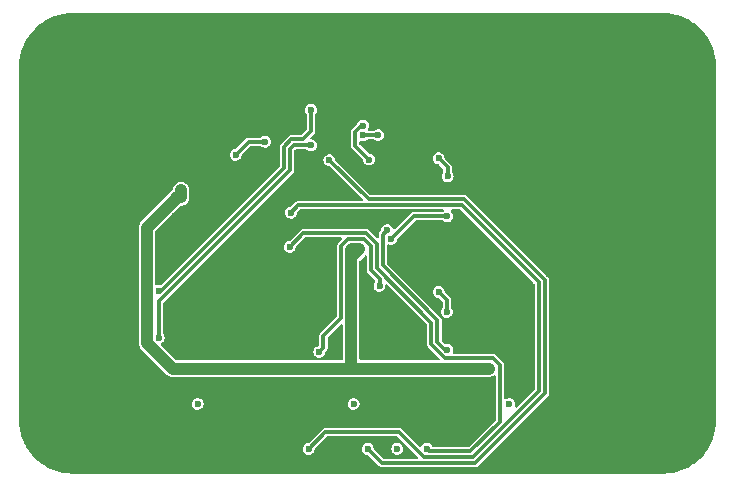
<source format=gbr>
%TF.GenerationSoftware,KiCad,Pcbnew,8.0.1*%
%TF.CreationDate,2024-04-03T15:04:06+02:00*%
%TF.ProjectId,shelfDriver_v1.0,7368656c-6644-4726-9976-65725f76312e,rev?*%
%TF.SameCoordinates,Original*%
%TF.FileFunction,Copper,L2,Inr*%
%TF.FilePolarity,Positive*%
%FSLAX46Y46*%
G04 Gerber Fmt 4.6, Leading zero omitted, Abs format (unit mm)*
G04 Created by KiCad (PCBNEW 8.0.1) date 2024-04-03 15:04:06*
%MOMM*%
%LPD*%
G01*
G04 APERTURE LIST*
%TA.AperFunction,ViaPad*%
%ADD10C,0.600000*%
%TD*%
%TA.AperFunction,Conductor*%
%ADD11C,1.000000*%
%TD*%
%TA.AperFunction,Conductor*%
%ADD12C,0.300000*%
%TD*%
G04 APERTURE END LIST*
D10*
%TO.N,GND*%
X146100000Y-77601560D03*
X148400000Y-81101560D03*
X137500000Y-107400000D03*
X123700000Y-87701560D03*
X133000000Y-96300000D03*
X133950000Y-84500000D03*
X120600000Y-84400000D03*
X120600000Y-87600000D03*
X127510400Y-81010400D03*
X130300000Y-80700000D03*
X153200000Y-99501560D03*
X155900000Y-88201560D03*
X155900000Y-99501560D03*
X119400000Y-87600000D03*
X119400000Y-84400000D03*
X146557124Y-85630138D03*
X120000000Y-87600000D03*
X124300000Y-87701560D03*
X120000000Y-84400000D03*
X143900000Y-102500000D03*
X134850000Y-84500000D03*
X146100000Y-89501560D03*
X146100000Y-90101560D03*
X133000000Y-80800000D03*
X146550000Y-97196729D03*
X148900000Y-96201560D03*
X123300000Y-96200000D03*
X148400000Y-92401560D03*
X153200000Y-88201560D03*
X138000000Y-78300000D03*
X139600000Y-93700000D03*
X148900000Y-84901560D03*
X148900000Y-83701560D03*
X146100000Y-78801560D03*
X123800000Y-102400000D03*
X124900000Y-87701560D03*
X136900000Y-98400000D03*
X133000000Y-79600000D03*
X126000000Y-78300000D03*
X148900000Y-95001560D03*
%TO.N,+3V3*%
X138700000Y-90500000D03*
X139300000Y-90500000D03*
X150300000Y-100600000D03*
X124200000Y-86101560D03*
X123900000Y-100600000D03*
X137100000Y-100600000D03*
X124200000Y-85501560D03*
%TO.N,Net-(U5-PWM)*%
X146762143Y-84335002D03*
X146000000Y-82801560D03*
%TO.N,Net-(U6-PWM)*%
X146700000Y-95800000D03*
X146000000Y-94101560D03*
%TO.N,Net-(U4-I)*%
X125600000Y-103600000D03*
%TO.N,Net-(U8-I)*%
X138800000Y-103600000D03*
%TO.N,Net-(U9-I)*%
X152000000Y-103600000D03*
%TO.N,/CommunicationLayer/RS485_A*%
X122300000Y-94000000D03*
X135200000Y-78700000D03*
%TO.N,/CommunicationLayer/RS485_B*%
X122300000Y-98000000D03*
X135200000Y-81700000D03*
%TO.N,/Brain/WarmWhite_Dim*%
X146749999Y-87698064D03*
X141956815Y-89635996D03*
%TO.N,/Brain/NaturalWhite_Dim*%
X141643265Y-88900000D03*
X146749999Y-98998064D03*
%TO.N,Net-(U7-~{Sleep})*%
X131300000Y-81400000D03*
X128818331Y-82501371D03*
%TO.N,/Brain/RS485_nRE*%
X140900000Y-80835000D03*
X139600000Y-80837349D03*
%TO.N,/Brain/RS485_DI*%
X140109360Y-82910920D03*
X139600000Y-80026295D03*
%TO.N,/Brain/TouchLeft*%
X135900000Y-99200000D03*
X141000000Y-93600000D03*
%TO.N,/Brain/SWTRACE*%
X133400000Y-90300000D03*
X145000000Y-107400000D03*
%TO.N,/Brain/SWDIO*%
X136759153Y-82954986D03*
X140000000Y-107400000D03*
%TO.N,/Brain/SWCLK*%
X133500000Y-87400000D03*
X135000000Y-107400000D03*
%TO.N,/Brain/NRST*%
X142500000Y-107400000D03*
%TD*%
D11*
%TO.N,+3V3*%
X137100000Y-100600000D02*
X138600000Y-100600000D01*
X138600000Y-91200000D02*
X139300000Y-90500000D01*
X138600000Y-90600000D02*
X138700000Y-90500000D01*
X138700000Y-90500000D02*
X139300000Y-90500000D01*
X138600000Y-100600000D02*
X150300000Y-100600000D01*
X124200000Y-85501560D02*
X124200000Y-86101560D01*
X121300000Y-88687346D02*
X121300000Y-98414214D01*
X138600000Y-100600000D02*
X138600000Y-92000000D01*
X123485786Y-100600000D02*
X123900000Y-100600000D01*
X138600000Y-92000000D02*
X138600000Y-90600000D01*
X123885786Y-86101560D02*
X123493673Y-86493673D01*
X124200000Y-85501560D02*
X124200000Y-85787346D01*
X123493673Y-86493673D02*
X121300000Y-88687346D01*
X138600000Y-92000000D02*
X138600000Y-91200000D01*
X121300000Y-98414214D02*
X123485786Y-100600000D01*
X124200000Y-86101560D02*
X123885786Y-86101560D01*
X123900000Y-100600000D02*
X137100000Y-100600000D01*
X124200000Y-85787346D02*
X123493673Y-86493673D01*
D12*
%TO.N,Net-(U5-PWM)*%
X146762143Y-84335002D02*
X146762143Y-83563703D01*
X146762143Y-83563703D02*
X146000000Y-82801560D01*
%TO.N,Net-(U6-PWM)*%
X146700000Y-94801560D02*
X146000000Y-94101560D01*
X146700000Y-95800000D02*
X146700000Y-94801560D01*
%TO.N,/CommunicationLayer/RS485_A*%
X132913172Y-81806067D02*
X132913172Y-83598961D01*
X122512133Y-94000000D02*
X122300000Y-94000000D01*
X135200000Y-80500000D02*
X134500000Y-81200000D01*
X133519238Y-81200000D02*
X132913172Y-81806067D01*
X134500000Y-81200000D02*
X133519238Y-81200000D01*
X132913172Y-83598961D02*
X122512133Y-94000000D01*
X135200000Y-78700000D02*
X135200000Y-80500000D01*
%TO.N,/CommunicationLayer/RS485_B*%
X133726345Y-81700000D02*
X133413172Y-82013173D01*
X135200000Y-81700000D02*
X133726345Y-81700000D01*
X133413172Y-83806067D02*
X122300000Y-94919239D01*
X133413172Y-82013173D02*
X133413172Y-83806067D01*
X122300000Y-94919239D02*
X122300000Y-98000000D01*
%TO.N,/Brain/WarmWhite_Dim*%
X141956815Y-89635996D02*
X143894747Y-87698064D01*
X143894747Y-87698064D02*
X146749999Y-87698064D01*
%TO.N,/Brain/NaturalWhite_Dim*%
X145900000Y-96500000D02*
X145900000Y-98360198D01*
X141270000Y-89273265D02*
X141270000Y-91870000D01*
X141643265Y-88900000D02*
X141270000Y-89273265D01*
X146537866Y-98998064D02*
X146749999Y-98998064D01*
X141270000Y-91870000D02*
X145900000Y-96500000D01*
X145900000Y-98360198D02*
X146537866Y-98998064D01*
%TO.N,Net-(U7-~{Sleep})*%
X128818331Y-82501301D02*
X129919632Y-81400000D01*
X129919632Y-81400000D02*
X131300000Y-81400000D01*
%TO.N,/Brain/RS485_nRE*%
X139608702Y-80835000D02*
X140900000Y-80835000D01*
%TO.N,/Brain/RS485_DI*%
X139330761Y-80176298D02*
X138950000Y-80557059D01*
X138950000Y-81751560D02*
X140109360Y-82910920D01*
X139600000Y-80176298D02*
X139330761Y-80176298D01*
X138950000Y-80557059D02*
X138950000Y-81751560D01*
%TO.N,/Brain/TouchLeft*%
X138347919Y-89649999D02*
X137749999Y-90247919D01*
X141000000Y-93600000D02*
X141000000Y-93014212D01*
X140270000Y-92284212D02*
X140270000Y-90267918D01*
X136250000Y-98850000D02*
X135900000Y-99200000D01*
X139652081Y-89649999D02*
X138347919Y-89649999D01*
X141000000Y-93014212D02*
X140270000Y-92284212D01*
X140270000Y-90267918D02*
X139652081Y-89649999D01*
X137749999Y-96350001D02*
X136250000Y-97850000D01*
X136250000Y-97850000D02*
X136250000Y-98850000D01*
X137749999Y-90247919D02*
X137749999Y-96350001D01*
%TO.N,/Brain/SWTRACE*%
X151200000Y-105100000D02*
X148700000Y-107600000D01*
X151200000Y-100297918D02*
X151200000Y-105100000D01*
X145400000Y-98567304D02*
X146532696Y-99700000D01*
X139859187Y-89149999D02*
X140770000Y-90060812D01*
X145200000Y-107600000D02*
X145000000Y-107400000D01*
X140770000Y-90060812D02*
X140770000Y-92077106D01*
X133400000Y-90300000D02*
X134550001Y-89149999D01*
X134550001Y-89149999D02*
X139859187Y-89149999D01*
X146532696Y-99700000D02*
X150602082Y-99700000D01*
X145400000Y-96707106D02*
X145400000Y-98567304D01*
X148700000Y-107600000D02*
X145200000Y-107600000D01*
X150602082Y-99700000D02*
X151200000Y-100297918D01*
X140770000Y-92077106D02*
X145400000Y-96707106D01*
%TO.N,/Brain/SWDIO*%
X141200000Y-108600000D02*
X140000000Y-107400000D01*
X136759153Y-82954986D02*
X140084305Y-86280138D01*
X149114212Y-108600000D02*
X141200000Y-108600000D01*
X148180138Y-86280138D02*
X155000000Y-93100000D01*
X155000000Y-93100000D02*
X155000000Y-102714212D01*
X140084305Y-86280138D02*
X148180138Y-86280138D01*
X155000000Y-102714212D02*
X149114212Y-108600000D01*
%TO.N,/Brain/SWCLK*%
X133500000Y-87400000D02*
X134119862Y-86780138D01*
X148907106Y-108100000D02*
X144780761Y-108100000D01*
X142680761Y-106000000D02*
X136400000Y-106000000D01*
X134119862Y-86780138D02*
X147973032Y-86780138D01*
X154500000Y-93307106D02*
X154500000Y-102507106D01*
X136400000Y-106000000D02*
X135000000Y-107400000D01*
X147973032Y-86780138D02*
X154500000Y-93307106D01*
X144780761Y-108100000D02*
X142680761Y-106000000D01*
X154500000Y-102507106D02*
X148907106Y-108100000D01*
%TD*%
%TA.AperFunction,Conductor*%
%TO.N,GND*%
G36*
X147845033Y-87149545D02*
G01*
X147856846Y-87159634D01*
X154120504Y-93423292D01*
X154148281Y-93477809D01*
X154149500Y-93493296D01*
X154149500Y-102320916D01*
X154130593Y-102379107D01*
X154120504Y-102390920D01*
X152634619Y-103876804D01*
X152580102Y-103904581D01*
X152519670Y-103895010D01*
X152476405Y-103851745D01*
X152466834Y-103791313D01*
X152474563Y-103765671D01*
X152485165Y-103742457D01*
X152505647Y-103600000D01*
X152485165Y-103457543D01*
X152425377Y-103326627D01*
X152331128Y-103217857D01*
X152331127Y-103217856D01*
X152331126Y-103217855D01*
X152210057Y-103140049D01*
X152210054Y-103140047D01*
X152210053Y-103140047D01*
X152210050Y-103140046D01*
X152071964Y-103099500D01*
X152071961Y-103099500D01*
X151928039Y-103099500D01*
X151928035Y-103099500D01*
X151789949Y-103140046D01*
X151789942Y-103140049D01*
X151703023Y-103195909D01*
X151643848Y-103211464D01*
X151586832Y-103189265D01*
X151553752Y-103137792D01*
X151550500Y-103112625D01*
X151550500Y-100251775D01*
X151550500Y-100251774D01*
X151526614Y-100162630D01*
X151480470Y-100082706D01*
X150817294Y-99419530D01*
X150737370Y-99373386D01*
X150648226Y-99349500D01*
X150648224Y-99349500D01*
X147293773Y-99349500D01*
X147235582Y-99330593D01*
X147199618Y-99281093D01*
X147199618Y-99219907D01*
X147203720Y-99209373D01*
X147208000Y-99200002D01*
X147235164Y-99140521D01*
X147255646Y-98998064D01*
X147253809Y-98985288D01*
X147235164Y-98855607D01*
X147201784Y-98782516D01*
X147175376Y-98724691D01*
X147081127Y-98615921D01*
X147081126Y-98615920D01*
X147081125Y-98615919D01*
X146960056Y-98538113D01*
X146960053Y-98538111D01*
X146960052Y-98538111D01*
X146960049Y-98538110D01*
X146821963Y-98497564D01*
X146821960Y-98497564D01*
X146678038Y-98497564D01*
X146678036Y-98497564D01*
X146678032Y-98497565D01*
X146622316Y-98513924D01*
X146561156Y-98512176D01*
X146524422Y-98488938D01*
X146279496Y-98244012D01*
X146251719Y-98189495D01*
X146250500Y-98174008D01*
X146250500Y-96453857D01*
X146250500Y-96453856D01*
X146226614Y-96364712D01*
X146191479Y-96303857D01*
X146180470Y-96284788D01*
X143997244Y-94101562D01*
X145494353Y-94101562D01*
X145514834Y-94244016D01*
X145574622Y-94374931D01*
X145574623Y-94374933D01*
X145598483Y-94402469D01*
X145668873Y-94483704D01*
X145789942Y-94561510D01*
X145789947Y-94561513D01*
X145896403Y-94592771D01*
X145928035Y-94602059D01*
X145928036Y-94602059D01*
X145928039Y-94602060D01*
X145963810Y-94602060D01*
X146022001Y-94620967D01*
X146033814Y-94631056D01*
X146320504Y-94917746D01*
X146348281Y-94972263D01*
X146349500Y-94987750D01*
X146349500Y-95403287D01*
X146330593Y-95461478D01*
X146325320Y-95468117D01*
X146274623Y-95526626D01*
X146214834Y-95657543D01*
X146194353Y-95799997D01*
X146194353Y-95800002D01*
X146214834Y-95942456D01*
X146274622Y-96073371D01*
X146274623Y-96073373D01*
X146368872Y-96182143D01*
X146368873Y-96182144D01*
X146430894Y-96222002D01*
X146489947Y-96259953D01*
X146574542Y-96284792D01*
X146628035Y-96300499D01*
X146628036Y-96300499D01*
X146628039Y-96300500D01*
X146628041Y-96300500D01*
X146771959Y-96300500D01*
X146771961Y-96300500D01*
X146910053Y-96259953D01*
X147031128Y-96182143D01*
X147125377Y-96073373D01*
X147185165Y-95942457D01*
X147205647Y-95800000D01*
X147185165Y-95657543D01*
X147125377Y-95526627D01*
X147121019Y-95521597D01*
X147074680Y-95468117D01*
X147050863Y-95411757D01*
X147050500Y-95403287D01*
X147050500Y-94755417D01*
X147036730Y-94704027D01*
X147026614Y-94666272D01*
X147026612Y-94666269D01*
X147026612Y-94666267D01*
X146980472Y-94586351D01*
X146980468Y-94586346D01*
X146530619Y-94136496D01*
X146502842Y-94081980D01*
X146502631Y-94080582D01*
X146485165Y-93959103D01*
X146425377Y-93828188D01*
X146425377Y-93828187D01*
X146331128Y-93719417D01*
X146331127Y-93719416D01*
X146331126Y-93719415D01*
X146210057Y-93641609D01*
X146210054Y-93641607D01*
X146210053Y-93641607D01*
X146210050Y-93641606D01*
X146071964Y-93601060D01*
X146071961Y-93601060D01*
X145928039Y-93601060D01*
X145928035Y-93601060D01*
X145789949Y-93641606D01*
X145789942Y-93641609D01*
X145668873Y-93719415D01*
X145574622Y-93828188D01*
X145514834Y-93959103D01*
X145494353Y-94101557D01*
X145494353Y-94101562D01*
X143997244Y-94101562D01*
X141649496Y-91753814D01*
X141621719Y-91699297D01*
X141620500Y-91683810D01*
X141620500Y-90191123D01*
X141639407Y-90132932D01*
X141688907Y-90096968D01*
X141747388Y-90096133D01*
X141884854Y-90136496D01*
X141884856Y-90136496D01*
X142028774Y-90136496D01*
X142028776Y-90136496D01*
X142166868Y-90095949D01*
X142287943Y-90018139D01*
X142382192Y-89909369D01*
X142441980Y-89778453D01*
X142441979Y-89778453D01*
X142441981Y-89778451D01*
X142459446Y-89656973D01*
X142486441Y-89602065D01*
X142487366Y-89601125D01*
X144010933Y-88077560D01*
X144065450Y-88049783D01*
X144080937Y-88048564D01*
X146346240Y-88048564D01*
X146404431Y-88067471D01*
X146413402Y-88075704D01*
X146413519Y-88075570D01*
X146418870Y-88080207D01*
X146539941Y-88158014D01*
X146539946Y-88158017D01*
X146646402Y-88189275D01*
X146678034Y-88198563D01*
X146678035Y-88198563D01*
X146678038Y-88198564D01*
X146678040Y-88198564D01*
X146821958Y-88198564D01*
X146821960Y-88198564D01*
X146960052Y-88158017D01*
X147081127Y-88080207D01*
X147175376Y-87971437D01*
X147235164Y-87840521D01*
X147255646Y-87698064D01*
X147235164Y-87555607D01*
X147175376Y-87424691D01*
X147081127Y-87315921D01*
X147076459Y-87312921D01*
X147037729Y-87265556D01*
X147034236Y-87204470D01*
X147067316Y-87152998D01*
X147124332Y-87130799D01*
X147129984Y-87130638D01*
X147786842Y-87130638D01*
X147845033Y-87149545D01*
G37*
%TD.AperFunction*%
%TA.AperFunction,Conductor*%
G36*
X139865445Y-91021953D02*
G01*
X139908710Y-91065218D01*
X139919500Y-91110163D01*
X139919500Y-92330355D01*
X139939158Y-92403720D01*
X139939158Y-92403722D01*
X139943383Y-92419494D01*
X139943384Y-92419496D01*
X139943385Y-92419499D01*
X139943386Y-92419500D01*
X139989530Y-92499424D01*
X140620505Y-93130399D01*
X140648281Y-93184914D01*
X140649500Y-93200401D01*
X140649500Y-93203287D01*
X140630593Y-93261478D01*
X140625320Y-93268117D01*
X140574623Y-93326626D01*
X140514834Y-93457543D01*
X140494353Y-93599997D01*
X140494353Y-93600002D01*
X140514834Y-93742456D01*
X140553987Y-93828187D01*
X140574623Y-93873373D01*
X140648908Y-93959103D01*
X140668873Y-93982144D01*
X140789942Y-94059950D01*
X140789947Y-94059953D01*
X140896403Y-94091211D01*
X140928035Y-94100499D01*
X140928036Y-94100499D01*
X140928039Y-94100500D01*
X140928041Y-94100500D01*
X141071959Y-94100500D01*
X141071961Y-94100500D01*
X141210053Y-94059953D01*
X141331128Y-93982143D01*
X141425377Y-93873373D01*
X141485165Y-93742457D01*
X141505647Y-93600000D01*
X141499018Y-93553894D01*
X141509451Y-93493607D01*
X141553328Y-93450964D01*
X141613891Y-93442256D01*
X141667014Y-93469802D01*
X145020504Y-96823292D01*
X145048281Y-96877809D01*
X145049500Y-96893296D01*
X145049500Y-98613447D01*
X145064657Y-98670014D01*
X145064656Y-98670014D01*
X145073385Y-98702589D01*
X145073386Y-98702592D01*
X145119530Y-98782516D01*
X145608451Y-99271437D01*
X146067510Y-99730496D01*
X146095287Y-99785013D01*
X146085716Y-99845445D01*
X146042451Y-99888710D01*
X145997506Y-99899500D01*
X139399500Y-99899500D01*
X139341309Y-99880593D01*
X139305345Y-99831093D01*
X139300500Y-99800500D01*
X139300500Y-91531163D01*
X139319407Y-91472972D01*
X139329490Y-91461165D01*
X139750498Y-91040157D01*
X139805013Y-91012382D01*
X139865445Y-91021953D01*
G37*
%TD.AperFunction*%
%TA.AperFunction,Conductor*%
G36*
X165002152Y-70500593D02*
G01*
X165387853Y-70517434D01*
X165396432Y-70518184D01*
X165777053Y-70568295D01*
X165785544Y-70569792D01*
X166160338Y-70652881D01*
X166168673Y-70655115D01*
X166534797Y-70770553D01*
X166542913Y-70773507D01*
X166897587Y-70920418D01*
X166905398Y-70924060D01*
X167245910Y-71101320D01*
X167253390Y-71105638D01*
X167577167Y-71311906D01*
X167584241Y-71316860D01*
X167888797Y-71550554D01*
X167895398Y-71556093D01*
X168178459Y-71815470D01*
X168184529Y-71821540D01*
X168443905Y-72104599D01*
X168449445Y-72111202D01*
X168683139Y-72415758D01*
X168688093Y-72422832D01*
X168894361Y-72746609D01*
X168898679Y-72754089D01*
X169075935Y-73094593D01*
X169079585Y-73102420D01*
X169226492Y-73457086D01*
X169229446Y-73465202D01*
X169344884Y-73831326D01*
X169347119Y-73839668D01*
X169430205Y-74214445D01*
X169431705Y-74222951D01*
X169481813Y-74603554D01*
X169482566Y-74612158D01*
X169499406Y-74997847D01*
X169499500Y-75002165D01*
X169499500Y-104997834D01*
X169499406Y-105002152D01*
X169482566Y-105387841D01*
X169481813Y-105396445D01*
X169431705Y-105777048D01*
X169430205Y-105785554D01*
X169347119Y-106160331D01*
X169344884Y-106168673D01*
X169229446Y-106534797D01*
X169226492Y-106542913D01*
X169079585Y-106897579D01*
X169075935Y-106905406D01*
X168898679Y-107245910D01*
X168894361Y-107253390D01*
X168688093Y-107577167D01*
X168683139Y-107584241D01*
X168449445Y-107888797D01*
X168443895Y-107895411D01*
X168184540Y-108178447D01*
X168178447Y-108184540D01*
X168119332Y-108238710D01*
X167895413Y-108443894D01*
X167888797Y-108449445D01*
X167584241Y-108683139D01*
X167577167Y-108688093D01*
X167253390Y-108894361D01*
X167245910Y-108898679D01*
X166905406Y-109075935D01*
X166897579Y-109079585D01*
X166542913Y-109226492D01*
X166534797Y-109229446D01*
X166168673Y-109344884D01*
X166160331Y-109347119D01*
X165785554Y-109430205D01*
X165777048Y-109431705D01*
X165396445Y-109481813D01*
X165387841Y-109482566D01*
X165002153Y-109499406D01*
X164997835Y-109499500D01*
X115002165Y-109499500D01*
X114997847Y-109499406D01*
X114612158Y-109482566D01*
X114603554Y-109481813D01*
X114222951Y-109431705D01*
X114214445Y-109430205D01*
X113839668Y-109347119D01*
X113831326Y-109344884D01*
X113465202Y-109229446D01*
X113457086Y-109226492D01*
X113102420Y-109079585D01*
X113094593Y-109075935D01*
X112754089Y-108898679D01*
X112746609Y-108894361D01*
X112422832Y-108688093D01*
X112415758Y-108683139D01*
X112111202Y-108449445D01*
X112104599Y-108443905D01*
X111821540Y-108184529D01*
X111815470Y-108178459D01*
X111556093Y-107895398D01*
X111550554Y-107888797D01*
X111316860Y-107584241D01*
X111311906Y-107577167D01*
X111105638Y-107253390D01*
X111101320Y-107245910D01*
X111068750Y-107183344D01*
X110924060Y-106905398D01*
X110920414Y-106897579D01*
X110909199Y-106870504D01*
X110773507Y-106542913D01*
X110770553Y-106534797D01*
X110655115Y-106168673D01*
X110652880Y-106160331D01*
X110569794Y-105785554D01*
X110568294Y-105777048D01*
X110555643Y-105680953D01*
X110518184Y-105396432D01*
X110517434Y-105387853D01*
X110500594Y-105002152D01*
X110500500Y-104997834D01*
X110500500Y-103600002D01*
X125094353Y-103600002D01*
X125114834Y-103742456D01*
X125164746Y-103851745D01*
X125174623Y-103873373D01*
X125201665Y-103904581D01*
X125268873Y-103982144D01*
X125389942Y-104059950D01*
X125389947Y-104059953D01*
X125496403Y-104091211D01*
X125528035Y-104100499D01*
X125528036Y-104100499D01*
X125528039Y-104100500D01*
X125528041Y-104100500D01*
X125671959Y-104100500D01*
X125671961Y-104100500D01*
X125810053Y-104059953D01*
X125931128Y-103982143D01*
X126025377Y-103873373D01*
X126085165Y-103742457D01*
X126105647Y-103600002D01*
X138294353Y-103600002D01*
X138314834Y-103742456D01*
X138364746Y-103851745D01*
X138374623Y-103873373D01*
X138401665Y-103904581D01*
X138468873Y-103982144D01*
X138589942Y-104059950D01*
X138589947Y-104059953D01*
X138696403Y-104091211D01*
X138728035Y-104100499D01*
X138728036Y-104100499D01*
X138728039Y-104100500D01*
X138728041Y-104100500D01*
X138871959Y-104100500D01*
X138871961Y-104100500D01*
X139010053Y-104059953D01*
X139131128Y-103982143D01*
X139225377Y-103873373D01*
X139285165Y-103742457D01*
X139305647Y-103600000D01*
X139285165Y-103457543D01*
X139225377Y-103326627D01*
X139131128Y-103217857D01*
X139131127Y-103217856D01*
X139131126Y-103217855D01*
X139010057Y-103140049D01*
X139010054Y-103140047D01*
X139010053Y-103140047D01*
X139010050Y-103140046D01*
X138871964Y-103099500D01*
X138871961Y-103099500D01*
X138728039Y-103099500D01*
X138728035Y-103099500D01*
X138589949Y-103140046D01*
X138589942Y-103140049D01*
X138468873Y-103217855D01*
X138374622Y-103326628D01*
X138314834Y-103457543D01*
X138294353Y-103599997D01*
X138294353Y-103600002D01*
X126105647Y-103600002D01*
X126105647Y-103600000D01*
X126085165Y-103457543D01*
X126025377Y-103326627D01*
X125931128Y-103217857D01*
X125931127Y-103217856D01*
X125931126Y-103217855D01*
X125810057Y-103140049D01*
X125810054Y-103140047D01*
X125810053Y-103140047D01*
X125810050Y-103140046D01*
X125671964Y-103099500D01*
X125671961Y-103099500D01*
X125528039Y-103099500D01*
X125528035Y-103099500D01*
X125389949Y-103140046D01*
X125389942Y-103140049D01*
X125268873Y-103217855D01*
X125174622Y-103326628D01*
X125114834Y-103457543D01*
X125094353Y-103599997D01*
X125094353Y-103600002D01*
X110500500Y-103600002D01*
X110500500Y-98483210D01*
X120599500Y-98483210D01*
X120626420Y-98618541D01*
X120626420Y-98618543D01*
X120679223Y-98746022D01*
X120679224Y-98746024D01*
X120679225Y-98746025D01*
X120755886Y-98860757D01*
X123039243Y-101144114D01*
X123153975Y-101220775D01*
X123153976Y-101220775D01*
X123153977Y-101220776D01*
X123185084Y-101233661D01*
X123281457Y-101273580D01*
X123308373Y-101278933D01*
X123308376Y-101278935D01*
X123308377Y-101278934D01*
X123416793Y-101300500D01*
X123416794Y-101300500D01*
X150368992Y-101300500D01*
X150368993Y-101300500D01*
X150504328Y-101273580D01*
X150631811Y-101220775D01*
X150695500Y-101178219D01*
X150754385Y-101161611D01*
X150811789Y-101182788D01*
X150845783Y-101233661D01*
X150849500Y-101260535D01*
X150849500Y-104913810D01*
X150830593Y-104972001D01*
X150820504Y-104983814D01*
X148583814Y-107220504D01*
X148529297Y-107248281D01*
X148513810Y-107249500D01*
X145545115Y-107249500D01*
X145486924Y-107230593D01*
X145455062Y-107191627D01*
X145425377Y-107126628D01*
X145425377Y-107126627D01*
X145331128Y-107017857D01*
X145331127Y-107017856D01*
X145331126Y-107017855D01*
X145210057Y-106940049D01*
X145210054Y-106940047D01*
X145210053Y-106940047D01*
X145210050Y-106940046D01*
X145071964Y-106899500D01*
X145071961Y-106899500D01*
X144928039Y-106899500D01*
X144928035Y-106899500D01*
X144789949Y-106940046D01*
X144789942Y-106940049D01*
X144668873Y-107017855D01*
X144574622Y-107126627D01*
X144548720Y-107183344D01*
X144507347Y-107228421D01*
X144447380Y-107240570D01*
X144391724Y-107215152D01*
X144388663Y-107212220D01*
X143711240Y-106534797D01*
X142895973Y-105719530D01*
X142816049Y-105673386D01*
X142726905Y-105649500D01*
X136353856Y-105649500D01*
X136264712Y-105673386D01*
X136184788Y-105719530D01*
X135033814Y-106870504D01*
X134979297Y-106898281D01*
X134963810Y-106899500D01*
X134928035Y-106899500D01*
X134789949Y-106940046D01*
X134789942Y-106940049D01*
X134668873Y-107017855D01*
X134574622Y-107126628D01*
X134514834Y-107257543D01*
X134494353Y-107399997D01*
X134494353Y-107400002D01*
X134514834Y-107542456D01*
X134532349Y-107580807D01*
X134574623Y-107673373D01*
X134668872Y-107782143D01*
X134668873Y-107782144D01*
X134789942Y-107859950D01*
X134789947Y-107859953D01*
X134888182Y-107888797D01*
X134928035Y-107900499D01*
X134928036Y-107900499D01*
X134928039Y-107900500D01*
X134928041Y-107900500D01*
X135071959Y-107900500D01*
X135071961Y-107900500D01*
X135210053Y-107859953D01*
X135331128Y-107782143D01*
X135425377Y-107673373D01*
X135485165Y-107542457D01*
X135485164Y-107542457D01*
X135485166Y-107542455D01*
X135502631Y-107420977D01*
X135529626Y-107366069D01*
X135530551Y-107365129D01*
X136516186Y-106379496D01*
X136570703Y-106351719D01*
X136586190Y-106350500D01*
X142494571Y-106350500D01*
X142552762Y-106369407D01*
X142564575Y-106379496D01*
X144265575Y-108080496D01*
X144293352Y-108135013D01*
X144283781Y-108195445D01*
X144240516Y-108238710D01*
X144195571Y-108249500D01*
X141386189Y-108249500D01*
X141327998Y-108230593D01*
X141316185Y-108220504D01*
X140530619Y-107434937D01*
X140512819Y-107400002D01*
X141994353Y-107400002D01*
X142014834Y-107542456D01*
X142032349Y-107580807D01*
X142074623Y-107673373D01*
X142168872Y-107782143D01*
X142168873Y-107782144D01*
X142289942Y-107859950D01*
X142289947Y-107859953D01*
X142388182Y-107888797D01*
X142428035Y-107900499D01*
X142428036Y-107900499D01*
X142428039Y-107900500D01*
X142428041Y-107900500D01*
X142571959Y-107900500D01*
X142571961Y-107900500D01*
X142710053Y-107859953D01*
X142831128Y-107782143D01*
X142925377Y-107673373D01*
X142985165Y-107542457D01*
X143002631Y-107420977D01*
X143005647Y-107400002D01*
X143005647Y-107399997D01*
X142985165Y-107257543D01*
X142925377Y-107126628D01*
X142925377Y-107126627D01*
X142831128Y-107017857D01*
X142831127Y-107017856D01*
X142831126Y-107017855D01*
X142710057Y-106940049D01*
X142710054Y-106940047D01*
X142710053Y-106940047D01*
X142710050Y-106940046D01*
X142571964Y-106899500D01*
X142571961Y-106899500D01*
X142428039Y-106899500D01*
X142428035Y-106899500D01*
X142289949Y-106940046D01*
X142289942Y-106940049D01*
X142168873Y-107017855D01*
X142074622Y-107126628D01*
X142014834Y-107257543D01*
X141994353Y-107399997D01*
X141994353Y-107400002D01*
X140512819Y-107400002D01*
X140502842Y-107380420D01*
X140502631Y-107379022D01*
X140485165Y-107257543D01*
X140425377Y-107126628D01*
X140425377Y-107126627D01*
X140331128Y-107017857D01*
X140331127Y-107017856D01*
X140331126Y-107017855D01*
X140210057Y-106940049D01*
X140210054Y-106940047D01*
X140210053Y-106940047D01*
X140210050Y-106940046D01*
X140071964Y-106899500D01*
X140071961Y-106899500D01*
X139928039Y-106899500D01*
X139928035Y-106899500D01*
X139789949Y-106940046D01*
X139789942Y-106940049D01*
X139668873Y-107017855D01*
X139574622Y-107126628D01*
X139514834Y-107257543D01*
X139494353Y-107399997D01*
X139494353Y-107400002D01*
X139514834Y-107542456D01*
X139532349Y-107580807D01*
X139574623Y-107673373D01*
X139668872Y-107782143D01*
X139668873Y-107782144D01*
X139789942Y-107859950D01*
X139789947Y-107859953D01*
X139888182Y-107888797D01*
X139928035Y-107900499D01*
X139928036Y-107900499D01*
X139928039Y-107900500D01*
X139963810Y-107900500D01*
X140022001Y-107919407D01*
X140033814Y-107929496D01*
X140919531Y-108815212D01*
X140919530Y-108815212D01*
X140984787Y-108880468D01*
X140984789Y-108880470D01*
X141008849Y-108894361D01*
X141064712Y-108926614D01*
X141153856Y-108950500D01*
X141153858Y-108950500D01*
X149160354Y-108950500D01*
X149160356Y-108950500D01*
X149249500Y-108926614D01*
X149329424Y-108880470D01*
X155280470Y-102929424D01*
X155326614Y-102849500D01*
X155326616Y-102849494D01*
X155330842Y-102833722D01*
X155330842Y-102833720D01*
X155350500Y-102760355D01*
X155350500Y-93053857D01*
X155350500Y-93053856D01*
X155326614Y-92964712D01*
X155280469Y-92884788D01*
X155280468Y-92884787D01*
X155215212Y-92819530D01*
X155215212Y-92819531D01*
X148395350Y-85999668D01*
X148315426Y-85953524D01*
X148315425Y-85953523D01*
X148315424Y-85953523D01*
X148300628Y-85949558D01*
X148300628Y-85949559D01*
X148226282Y-85929638D01*
X148226280Y-85929638D01*
X140270495Y-85929638D01*
X140212304Y-85910731D01*
X140200491Y-85900642D01*
X137289772Y-82989923D01*
X137261995Y-82935406D01*
X137261784Y-82934008D01*
X137244318Y-82812529D01*
X137239307Y-82801557D01*
X137184530Y-82681613D01*
X137090281Y-82572843D01*
X137090280Y-82572842D01*
X137090279Y-82572841D01*
X136969210Y-82495035D01*
X136969207Y-82495033D01*
X136969206Y-82495033D01*
X136960910Y-82492597D01*
X136831117Y-82454486D01*
X136831114Y-82454486D01*
X136687192Y-82454486D01*
X136687188Y-82454486D01*
X136549102Y-82495032D01*
X136549095Y-82495035D01*
X136428026Y-82572841D01*
X136333775Y-82681614D01*
X136273987Y-82812529D01*
X136253506Y-82954983D01*
X136253506Y-82954988D01*
X136273987Y-83097442D01*
X136333775Y-83228357D01*
X136333776Y-83228359D01*
X136362504Y-83261513D01*
X136428026Y-83337130D01*
X136543624Y-83411420D01*
X136549100Y-83414939D01*
X136655556Y-83446197D01*
X136687188Y-83455485D01*
X136687189Y-83455485D01*
X136687192Y-83455486D01*
X136722963Y-83455486D01*
X136781154Y-83474393D01*
X136792967Y-83484482D01*
X139569119Y-86260634D01*
X139596896Y-86315151D01*
X139587325Y-86375583D01*
X139544060Y-86418848D01*
X139499115Y-86429638D01*
X134073718Y-86429638D01*
X133984574Y-86453524D01*
X133984573Y-86453524D01*
X133984571Y-86453525D01*
X133904651Y-86499667D01*
X133533814Y-86870504D01*
X133479298Y-86898281D01*
X133463811Y-86899500D01*
X133428035Y-86899500D01*
X133289949Y-86940046D01*
X133289942Y-86940049D01*
X133168873Y-87017855D01*
X133074622Y-87126628D01*
X133014834Y-87257543D01*
X132994353Y-87399997D01*
X132994353Y-87400002D01*
X133014834Y-87542456D01*
X133020840Y-87555607D01*
X133074623Y-87673373D01*
X133168872Y-87782143D01*
X133168873Y-87782144D01*
X133259710Y-87840521D01*
X133289947Y-87859953D01*
X133396403Y-87891211D01*
X133428035Y-87900499D01*
X133428036Y-87900499D01*
X133428039Y-87900500D01*
X133428041Y-87900500D01*
X133571959Y-87900500D01*
X133571961Y-87900500D01*
X133710053Y-87859953D01*
X133831128Y-87782143D01*
X133925377Y-87673373D01*
X133985165Y-87542457D01*
X133985164Y-87542457D01*
X133985166Y-87542455D01*
X134002631Y-87420977D01*
X134029626Y-87366069D01*
X134030620Y-87365061D01*
X134236048Y-87159634D01*
X134290564Y-87131857D01*
X134306051Y-87130638D01*
X146370014Y-87130638D01*
X146428205Y-87149545D01*
X146464169Y-87199045D01*
X146464169Y-87260231D01*
X146428205Y-87309731D01*
X146423538Y-87312922D01*
X146418868Y-87315923D01*
X146413519Y-87320558D01*
X146412030Y-87318840D01*
X146368658Y-87344992D01*
X146346240Y-87347564D01*
X143848603Y-87347564D01*
X143820674Y-87355047D01*
X143764816Y-87370014D01*
X143759459Y-87371449D01*
X143759455Y-87371451D01*
X143679537Y-87417592D01*
X142294343Y-88802785D01*
X142239826Y-88830562D01*
X142179394Y-88820991D01*
X142136129Y-88777726D01*
X142129349Y-88760673D01*
X142128429Y-88757539D01*
X142068642Y-88626628D01*
X142068642Y-88626627D01*
X141974393Y-88517857D01*
X141974392Y-88517856D01*
X141974391Y-88517855D01*
X141853322Y-88440049D01*
X141853319Y-88440047D01*
X141853318Y-88440047D01*
X141853315Y-88440046D01*
X141715229Y-88399500D01*
X141715226Y-88399500D01*
X141571304Y-88399500D01*
X141571300Y-88399500D01*
X141433214Y-88440046D01*
X141433207Y-88440049D01*
X141312138Y-88517855D01*
X141217887Y-88626628D01*
X141158099Y-88757543D01*
X141140633Y-88879022D01*
X141113637Y-88933930D01*
X141112645Y-88934936D01*
X140989532Y-89058050D01*
X140989530Y-89058052D01*
X140989530Y-89058053D01*
X140945746Y-89133889D01*
X140943798Y-89137262D01*
X140943387Y-89137975D01*
X140943386Y-89137976D01*
X140919500Y-89227122D01*
X140919500Y-89475622D01*
X140900593Y-89533813D01*
X140851093Y-89569777D01*
X140789907Y-89569777D01*
X140750496Y-89545626D01*
X140431991Y-89227121D01*
X140074399Y-88869529D01*
X139994475Y-88823385D01*
X139905331Y-88799499D01*
X134503857Y-88799499D01*
X134423648Y-88820991D01*
X134414713Y-88823385D01*
X134334789Y-88869529D01*
X133433814Y-89770504D01*
X133379297Y-89798281D01*
X133363810Y-89799500D01*
X133328035Y-89799500D01*
X133189949Y-89840046D01*
X133189942Y-89840049D01*
X133068873Y-89917855D01*
X132974622Y-90026628D01*
X132914834Y-90157543D01*
X132894353Y-90299997D01*
X132894353Y-90300002D01*
X132914834Y-90442456D01*
X132974622Y-90573371D01*
X132974623Y-90573373D01*
X133068872Y-90682143D01*
X133068873Y-90682144D01*
X133189942Y-90759950D01*
X133189947Y-90759953D01*
X133296403Y-90791211D01*
X133328035Y-90800499D01*
X133328036Y-90800499D01*
X133328039Y-90800500D01*
X133328041Y-90800500D01*
X133471959Y-90800500D01*
X133471961Y-90800500D01*
X133610053Y-90759953D01*
X133731128Y-90682143D01*
X133825377Y-90573373D01*
X133885165Y-90442457D01*
X133885164Y-90442457D01*
X133885166Y-90442455D01*
X133902631Y-90320977D01*
X133929626Y-90266069D01*
X133930620Y-90265061D01*
X134666188Y-89529495D01*
X134720704Y-89501718D01*
X134736191Y-89500499D01*
X137762729Y-89500499D01*
X137820920Y-89519406D01*
X137856884Y-89568906D01*
X137856884Y-89630092D01*
X137832733Y-89669502D01*
X137469531Y-90032704D01*
X137423385Y-90112631D01*
X137399499Y-90201776D01*
X137399499Y-96163811D01*
X137380592Y-96222002D01*
X137370503Y-96233815D01*
X135969525Y-97634793D01*
X135948076Y-97671947D01*
X135948075Y-97671950D01*
X135923387Y-97714709D01*
X135923386Y-97714711D01*
X135923386Y-97714712D01*
X135920194Y-97726627D01*
X135899500Y-97803857D01*
X135899500Y-98604406D01*
X135880593Y-98662597D01*
X135831093Y-98698561D01*
X135828392Y-98699396D01*
X135689947Y-98740047D01*
X135689942Y-98740049D01*
X135568873Y-98817855D01*
X135474622Y-98926628D01*
X135414834Y-99057543D01*
X135394353Y-99199997D01*
X135394353Y-99200002D01*
X135414834Y-99342456D01*
X135418051Y-99349500D01*
X135474623Y-99473373D01*
X135568872Y-99582143D01*
X135568873Y-99582144D01*
X135689942Y-99659950D01*
X135689947Y-99659953D01*
X135796403Y-99691211D01*
X135828035Y-99700499D01*
X135828036Y-99700499D01*
X135828039Y-99700500D01*
X135828041Y-99700500D01*
X135971959Y-99700500D01*
X135971961Y-99700500D01*
X136110053Y-99659953D01*
X136231128Y-99582143D01*
X136325377Y-99473373D01*
X136385165Y-99342457D01*
X136402631Y-99220975D01*
X136429626Y-99166068D01*
X136430534Y-99165146D01*
X136530470Y-99065212D01*
X136576614Y-98985288D01*
X136600500Y-98896143D01*
X136600500Y-98803856D01*
X136600500Y-98036190D01*
X136619407Y-97977999D01*
X136629496Y-97966186D01*
X137730496Y-96865186D01*
X137785013Y-96837409D01*
X137845445Y-96846980D01*
X137888710Y-96890245D01*
X137899500Y-96935190D01*
X137899500Y-99800500D01*
X137880593Y-99858691D01*
X137831093Y-99894655D01*
X137800500Y-99899500D01*
X123816951Y-99899500D01*
X123758760Y-99880593D01*
X123746947Y-99870504D01*
X122491205Y-98614762D01*
X122463428Y-98560245D01*
X122472999Y-98499813D01*
X122507686Y-98461474D01*
X122631126Y-98382144D01*
X122631125Y-98382144D01*
X122631128Y-98382143D01*
X122725377Y-98273373D01*
X122785165Y-98142457D01*
X122805647Y-98000000D01*
X122804954Y-97995182D01*
X122785165Y-97857543D01*
X122760647Y-97803857D01*
X122725377Y-97726627D01*
X122715050Y-97714709D01*
X122674680Y-97668117D01*
X122650863Y-97611757D01*
X122650500Y-97603287D01*
X122650500Y-95105428D01*
X122669407Y-95047237D01*
X122679490Y-95035430D01*
X133693642Y-84021279D01*
X133739786Y-83941355D01*
X133747062Y-83914202D01*
X133763672Y-83852211D01*
X133763672Y-82199363D01*
X133782579Y-82141172D01*
X133792668Y-82129359D01*
X133842531Y-82079496D01*
X133897048Y-82051719D01*
X133912535Y-82050500D01*
X134796241Y-82050500D01*
X134854432Y-82069407D01*
X134863403Y-82077640D01*
X134863520Y-82077506D01*
X134868871Y-82082143D01*
X134960723Y-82141172D01*
X134989947Y-82159953D01*
X135096403Y-82191211D01*
X135128035Y-82200499D01*
X135128036Y-82200499D01*
X135128039Y-82200500D01*
X135128041Y-82200500D01*
X135271959Y-82200500D01*
X135271961Y-82200500D01*
X135410053Y-82159953D01*
X135531128Y-82082143D01*
X135625377Y-81973373D01*
X135685165Y-81842457D01*
X135691599Y-81797703D01*
X138599500Y-81797703D01*
X138614104Y-81852210D01*
X138623384Y-81886844D01*
X138623385Y-81886846D01*
X138623386Y-81886848D01*
X138669530Y-81966772D01*
X139153724Y-82450966D01*
X139578740Y-82875982D01*
X139606517Y-82930499D01*
X139606728Y-82931897D01*
X139624194Y-83053376D01*
X139683714Y-83183704D01*
X139683983Y-83184293D01*
X139750894Y-83261513D01*
X139778233Y-83293064D01*
X139899302Y-83370870D01*
X139899307Y-83370873D01*
X140005763Y-83402131D01*
X140037395Y-83411419D01*
X140037396Y-83411419D01*
X140037399Y-83411420D01*
X140037401Y-83411420D01*
X140181319Y-83411420D01*
X140181321Y-83411420D01*
X140319413Y-83370873D01*
X140440488Y-83293063D01*
X140534737Y-83184293D01*
X140594525Y-83053377D01*
X140608672Y-82954983D01*
X140615007Y-82910922D01*
X140615007Y-82910917D01*
X140599284Y-82801562D01*
X145494353Y-82801562D01*
X145514834Y-82944016D01*
X145574622Y-83074931D01*
X145574623Y-83074933D01*
X145594128Y-83097443D01*
X145668873Y-83183704D01*
X145669790Y-83184293D01*
X145789947Y-83261513D01*
X145896403Y-83292771D01*
X145928035Y-83302059D01*
X145928036Y-83302059D01*
X145928039Y-83302060D01*
X145963810Y-83302060D01*
X146022001Y-83320967D01*
X146033814Y-83331056D01*
X146382647Y-83679889D01*
X146410424Y-83734406D01*
X146411643Y-83749893D01*
X146411643Y-83938289D01*
X146392736Y-83996480D01*
X146387463Y-84003119D01*
X146336766Y-84061628D01*
X146276977Y-84192545D01*
X146256496Y-84334999D01*
X146256496Y-84335004D01*
X146276977Y-84477458D01*
X146336765Y-84608373D01*
X146336766Y-84608375D01*
X146431015Y-84717145D01*
X146431016Y-84717146D01*
X146552085Y-84794952D01*
X146552090Y-84794955D01*
X146658546Y-84826213D01*
X146690178Y-84835501D01*
X146690179Y-84835501D01*
X146690182Y-84835502D01*
X146690184Y-84835502D01*
X146834102Y-84835502D01*
X146834104Y-84835502D01*
X146972196Y-84794955D01*
X147093271Y-84717145D01*
X147187520Y-84608375D01*
X147247308Y-84477459D01*
X147267790Y-84335002D01*
X147247308Y-84192545D01*
X147187520Y-84061629D01*
X147183162Y-84056599D01*
X147136823Y-84003119D01*
X147113006Y-83946759D01*
X147112643Y-83938289D01*
X147112643Y-83517560D01*
X147103322Y-83482774D01*
X147088757Y-83428415D01*
X147042613Y-83348491D01*
X146530619Y-82836497D01*
X146502842Y-82781980D01*
X146502631Y-82780582D01*
X146485165Y-82659103D01*
X146425646Y-82528777D01*
X146425377Y-82528187D01*
X146331128Y-82419417D01*
X146331127Y-82419416D01*
X146331126Y-82419415D01*
X146210057Y-82341609D01*
X146210054Y-82341607D01*
X146210053Y-82341607D01*
X146210050Y-82341606D01*
X146071964Y-82301060D01*
X146071961Y-82301060D01*
X145928039Y-82301060D01*
X145928035Y-82301060D01*
X145789949Y-82341606D01*
X145789942Y-82341609D01*
X145668873Y-82419415D01*
X145574622Y-82528188D01*
X145514834Y-82659103D01*
X145494353Y-82801557D01*
X145494353Y-82801562D01*
X140599284Y-82801562D01*
X140594525Y-82768463D01*
X140534737Y-82637548D01*
X140534737Y-82637547D01*
X140440488Y-82528777D01*
X140440487Y-82528776D01*
X140440486Y-82528775D01*
X140319417Y-82450969D01*
X140319414Y-82450967D01*
X140319413Y-82450967D01*
X140319410Y-82450966D01*
X140181324Y-82410420D01*
X140181321Y-82410420D01*
X140145550Y-82410420D01*
X140087359Y-82391513D01*
X140075546Y-82381424D01*
X139329496Y-81635374D01*
X139301719Y-81580857D01*
X139300500Y-81565370D01*
X139300500Y-81403286D01*
X139319407Y-81345095D01*
X139368907Y-81309131D01*
X139427389Y-81308296D01*
X139528039Y-81337849D01*
X139528041Y-81337849D01*
X139671959Y-81337849D01*
X139671961Y-81337849D01*
X139810053Y-81297302D01*
X139931128Y-81219492D01*
X139931131Y-81219488D01*
X139936481Y-81214854D01*
X139937332Y-81215836D01*
X139983368Y-81188074D01*
X140005794Y-81185500D01*
X140496241Y-81185500D01*
X140554432Y-81204407D01*
X140563403Y-81212640D01*
X140563520Y-81212506D01*
X140568871Y-81217143D01*
X140689942Y-81294950D01*
X140689947Y-81294953D01*
X140767945Y-81317855D01*
X140828035Y-81335499D01*
X140828036Y-81335499D01*
X140828039Y-81335500D01*
X140828041Y-81335500D01*
X140971959Y-81335500D01*
X140971961Y-81335500D01*
X141110053Y-81294953D01*
X141231128Y-81217143D01*
X141325377Y-81108373D01*
X141385165Y-80977457D01*
X141405647Y-80835000D01*
X141385165Y-80692543D01*
X141325377Y-80561627D01*
X141231128Y-80452857D01*
X141231127Y-80452856D01*
X141231126Y-80452855D01*
X141110057Y-80375049D01*
X141110054Y-80375047D01*
X141110053Y-80375047D01*
X141110050Y-80375046D01*
X140971964Y-80334500D01*
X140971961Y-80334500D01*
X140828039Y-80334500D01*
X140828035Y-80334500D01*
X140689949Y-80375046D01*
X140689942Y-80375049D01*
X140568871Y-80452856D01*
X140563520Y-80457494D01*
X140562031Y-80455776D01*
X140518659Y-80481928D01*
X140496241Y-80484500D01*
X140081999Y-80484500D01*
X140023808Y-80465593D01*
X139987844Y-80416093D01*
X139987844Y-80354907D01*
X140007180Y-80320669D01*
X140013123Y-80313810D01*
X140025377Y-80299668D01*
X140085165Y-80168752D01*
X140105647Y-80026295D01*
X140085165Y-79883838D01*
X140025377Y-79752922D01*
X139931128Y-79644152D01*
X139931127Y-79644151D01*
X139931126Y-79644150D01*
X139810057Y-79566344D01*
X139810054Y-79566342D01*
X139810053Y-79566342D01*
X139810050Y-79566341D01*
X139671964Y-79525795D01*
X139671961Y-79525795D01*
X139528039Y-79525795D01*
X139528035Y-79525795D01*
X139389949Y-79566341D01*
X139389942Y-79566344D01*
X139268873Y-79644150D01*
X139174621Y-79752924D01*
X139111894Y-79890277D01*
X139109739Y-79889292D01*
X139091688Y-79919687D01*
X138669529Y-80341847D01*
X138631084Y-80408437D01*
X138631084Y-80408438D01*
X138627235Y-80415104D01*
X138623386Y-80421770D01*
X138599500Y-80510916D01*
X138599500Y-81797703D01*
X135691599Y-81797703D01*
X135697031Y-81759924D01*
X135705647Y-81700002D01*
X135705647Y-81699997D01*
X135685165Y-81557543D01*
X135625377Y-81426628D01*
X135625377Y-81426627D01*
X135531128Y-81317857D01*
X135531127Y-81317856D01*
X135531126Y-81317855D01*
X135410057Y-81240049D01*
X135410054Y-81240047D01*
X135410053Y-81240047D01*
X135410050Y-81240046D01*
X135271964Y-81199500D01*
X135271961Y-81199500D01*
X135235189Y-81199500D01*
X135176998Y-81180593D01*
X135141034Y-81131093D01*
X135141034Y-81069907D01*
X135165185Y-81030496D01*
X135177826Y-81017855D01*
X135480469Y-80715213D01*
X135526614Y-80635288D01*
X135536335Y-80599007D01*
X135550500Y-80546144D01*
X135550500Y-79096710D01*
X135569407Y-79038519D01*
X135574666Y-79031896D01*
X135625377Y-78973373D01*
X135685165Y-78842457D01*
X135705647Y-78700000D01*
X135685165Y-78557543D01*
X135625377Y-78426627D01*
X135531128Y-78317857D01*
X135531127Y-78317856D01*
X135531126Y-78317855D01*
X135410057Y-78240049D01*
X135410054Y-78240047D01*
X135410053Y-78240047D01*
X135410050Y-78240046D01*
X135271964Y-78199500D01*
X135271961Y-78199500D01*
X135128039Y-78199500D01*
X135128035Y-78199500D01*
X134989949Y-78240046D01*
X134989942Y-78240049D01*
X134868873Y-78317855D01*
X134774622Y-78426628D01*
X134714834Y-78557543D01*
X134694353Y-78699997D01*
X134694353Y-78700002D01*
X134714834Y-78842456D01*
X134774622Y-78973371D01*
X134774623Y-78973373D01*
X134825320Y-79031880D01*
X134849137Y-79088238D01*
X134849500Y-79096710D01*
X134849500Y-80313810D01*
X134830593Y-80372001D01*
X134820504Y-80383814D01*
X134383814Y-80820504D01*
X134329297Y-80848281D01*
X134313810Y-80849500D01*
X133473091Y-80849500D01*
X133402788Y-80868336D01*
X133402789Y-80868337D01*
X133383953Y-80873384D01*
X133383950Y-80873385D01*
X133383949Y-80873386D01*
X133350168Y-80892889D01*
X133304026Y-80919530D01*
X132632701Y-81590856D01*
X132591237Y-81662674D01*
X132586559Y-81670775D01*
X132562672Y-81759924D01*
X132562672Y-83412770D01*
X132543765Y-83470961D01*
X132533676Y-83482774D01*
X122525575Y-93490874D01*
X122471058Y-93518651D01*
X122427680Y-93515860D01*
X122371963Y-93499500D01*
X122371961Y-93499500D01*
X122228039Y-93499500D01*
X122228035Y-93499500D01*
X122127391Y-93529052D01*
X122066230Y-93527304D01*
X122017778Y-93489941D01*
X122000500Y-93434062D01*
X122000500Y-89018511D01*
X122019407Y-88960320D01*
X122029496Y-88948507D01*
X124146947Y-86831056D01*
X124201464Y-86803279D01*
X124216951Y-86802060D01*
X124268992Y-86802060D01*
X124268993Y-86802060D01*
X124404328Y-86775140D01*
X124531811Y-86722335D01*
X124646542Y-86645674D01*
X124744114Y-86548102D01*
X124820775Y-86433371D01*
X124873580Y-86305888D01*
X124900500Y-86170553D01*
X124900500Y-85432567D01*
X124873580Y-85297232D01*
X124820775Y-85169749D01*
X124820774Y-85169747D01*
X124820771Y-85169742D01*
X124744114Y-85055018D01*
X124646541Y-84957445D01*
X124531817Y-84880788D01*
X124531806Y-84880782D01*
X124404328Y-84827980D01*
X124268995Y-84801060D01*
X124268993Y-84801060D01*
X124131007Y-84801060D01*
X124131004Y-84801060D01*
X123995672Y-84827980D01*
X123995670Y-84827980D01*
X123868193Y-84880782D01*
X123868182Y-84880788D01*
X123753458Y-84957445D01*
X123655885Y-85055018D01*
X123579228Y-85169742D01*
X123579222Y-85169753D01*
X123526420Y-85297230D01*
X123526420Y-85297232D01*
X123499500Y-85432564D01*
X123499500Y-85456181D01*
X123480593Y-85514372D01*
X123470504Y-85526185D01*
X120755883Y-88240806D01*
X120679223Y-88355537D01*
X120626420Y-88483016D01*
X120626420Y-88483018D01*
X120608445Y-88573385D01*
X120599500Y-88618352D01*
X120599500Y-98483210D01*
X110500500Y-98483210D01*
X110500500Y-82501373D01*
X128312684Y-82501373D01*
X128333165Y-82643827D01*
X128392953Y-82774742D01*
X128392954Y-82774744D01*
X128416192Y-82801562D01*
X128487204Y-82883515D01*
X128598411Y-82954983D01*
X128608278Y-82961324D01*
X128714734Y-82992582D01*
X128746366Y-83001870D01*
X128746367Y-83001870D01*
X128746370Y-83001871D01*
X128746372Y-83001871D01*
X128890290Y-83001871D01*
X128890292Y-83001871D01*
X129028384Y-82961324D01*
X129149459Y-82883514D01*
X129243708Y-82774744D01*
X129303496Y-82643828D01*
X129320038Y-82528775D01*
X129320974Y-82522266D01*
X129347970Y-82467359D01*
X129348962Y-82466351D01*
X130035818Y-81779496D01*
X130090335Y-81751719D01*
X130105822Y-81750500D01*
X130896241Y-81750500D01*
X130954432Y-81769407D01*
X130963403Y-81777640D01*
X130963520Y-81777506D01*
X130968871Y-81782143D01*
X131077900Y-81852211D01*
X131089947Y-81859953D01*
X131181544Y-81886848D01*
X131228035Y-81900499D01*
X131228036Y-81900499D01*
X131228039Y-81900500D01*
X131228041Y-81900500D01*
X131371959Y-81900500D01*
X131371961Y-81900500D01*
X131510053Y-81859953D01*
X131631128Y-81782143D01*
X131725377Y-81673373D01*
X131785165Y-81542457D01*
X131805647Y-81400000D01*
X131796373Y-81335500D01*
X131785165Y-81257543D01*
X131753439Y-81188074D01*
X131725377Y-81126627D01*
X131631128Y-81017857D01*
X131631127Y-81017856D01*
X131631126Y-81017855D01*
X131510057Y-80940049D01*
X131510054Y-80940047D01*
X131510053Y-80940047D01*
X131510050Y-80940046D01*
X131371964Y-80899500D01*
X131371961Y-80899500D01*
X131228039Y-80899500D01*
X131228035Y-80899500D01*
X131089949Y-80940046D01*
X131089942Y-80940049D01*
X130968871Y-81017856D01*
X130963520Y-81022494D01*
X130962031Y-81020776D01*
X130918659Y-81046928D01*
X130896241Y-81049500D01*
X129965776Y-81049500D01*
X129873488Y-81049500D01*
X129797328Y-81069907D01*
X129784344Y-81073386D01*
X129704420Y-81119530D01*
X128852075Y-81971875D01*
X128797558Y-81999652D01*
X128782071Y-82000871D01*
X128746366Y-82000871D01*
X128608280Y-82041417D01*
X128608273Y-82041420D01*
X128487204Y-82119226D01*
X128392953Y-82227999D01*
X128333165Y-82358914D01*
X128312684Y-82501368D01*
X128312684Y-82501373D01*
X110500500Y-82501373D01*
X110500500Y-75002165D01*
X110500594Y-74997847D01*
X110510433Y-74772498D01*
X110517434Y-74612144D01*
X110518184Y-74603568D01*
X110568295Y-74222942D01*
X110569791Y-74214459D01*
X110652883Y-73839655D01*
X110655115Y-73831326D01*
X110770553Y-73465202D01*
X110773507Y-73457086D01*
X110785072Y-73429166D01*
X110920421Y-73102403D01*
X110924056Y-73094609D01*
X111101325Y-72754079D01*
X111105632Y-72746618D01*
X111311913Y-72422820D01*
X111316851Y-72415769D01*
X111550564Y-72111189D01*
X111556083Y-72104612D01*
X111815481Y-71821528D01*
X111821528Y-71815481D01*
X112104612Y-71556083D01*
X112111189Y-71550564D01*
X112415769Y-71316851D01*
X112422820Y-71311913D01*
X112746618Y-71105632D01*
X112754079Y-71101325D01*
X113094609Y-70924056D01*
X113102403Y-70920421D01*
X113457093Y-70773504D01*
X113465194Y-70770555D01*
X113831334Y-70655112D01*
X113839655Y-70652883D01*
X114214459Y-70569791D01*
X114222942Y-70568295D01*
X114603568Y-70518184D01*
X114612144Y-70517434D01*
X114997847Y-70500593D01*
X115002165Y-70500500D01*
X115065892Y-70500500D01*
X164934108Y-70500500D01*
X164997835Y-70500500D01*
X165002152Y-70500593D01*
G37*
%TD.AperFunction*%
%TD*%
M02*

</source>
